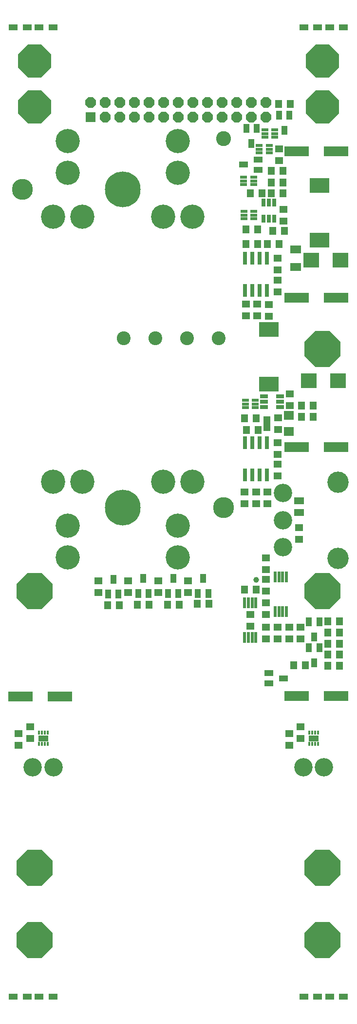
<source format=gts>
G04*
G04 #@! TF.GenerationSoftware,Altium Limited,Altium Designer,18.0.12 (696)*
G04*
G04 Layer_Color=8388736*
%FSLAX44Y44*%
%MOMM*%
G71*
G01*
G75*
%ADD37R,1.6032X1.0032*%
%ADD38R,1.0032X1.6032*%
%ADD39R,1.3400X0.7400*%
%ADD40R,0.7400X1.3400*%
%ADD41R,1.2192X1.4732*%
%ADD42R,1.4732X1.2192*%
%ADD43R,1.7272X1.2192*%
%ADD44R,1.3032X2.6032*%
%ADD45R,1.7032X1.5032*%
%ADD46R,1.6032X1.0632*%
%ADD47R,0.8032X2.2032*%
%ADD48R,4.2032X1.7032*%
%ADD49R,0.4200X0.6400*%
%ADD50R,1.7400X1.0400*%
%ADD51R,0.6232X1.9832*%
%ADD52R,2.7032X2.5032*%
%ADD53R,1.2532X0.5532*%
%ADD54R,3.4032X2.6032*%
%ADD55R,1.8542X1.4732*%
%ADD56C,4.2032*%
%ADD57C,2.4032*%
%ADD58P,6.1731X8X292.5*%
%ADD59C,1.0032*%
%ADD60C,6.2032*%
%ADD61C,3.6532*%
%ADD62C,2.6032*%
%ADD63P,6.7144X8X292.5*%
%ADD64P,1.9518X8X292.5*%
%ADD65R,1.8032X1.8032*%
%ADD66C,3.2032*%
%ADD67C,3.7032*%
D37*
X407000Y-1057000D02*
D03*
Y-1075000D02*
D03*
X433000Y-1066000D02*
D03*
X363000Y-175000D02*
D03*
X389000Y-166000D02*
D03*
Y-184000D02*
D03*
D38*
X293000Y-893000D02*
D03*
X302000Y-919000D02*
D03*
X284000D02*
D03*
X128000Y-920000D02*
D03*
X146000D02*
D03*
X137000Y-894000D02*
D03*
X180000Y-919000D02*
D03*
X198000D02*
D03*
X189000Y-893000D02*
D03*
X241000D02*
D03*
X250000Y-919000D02*
D03*
X232000D02*
D03*
X386000Y-112000D02*
D03*
X368000D02*
D03*
X377000Y-138000D02*
D03*
X434000Y-115000D02*
D03*
X425000Y-89000D02*
D03*
X443000D02*
D03*
X486000Y-994000D02*
D03*
X477000Y-968000D02*
D03*
X495000D02*
D03*
X495000Y-1013000D02*
D03*
X477000D02*
D03*
X486000Y-1039000D02*
D03*
D39*
X427000Y-586000D02*
D03*
Y-576500D02*
D03*
X399000D02*
D03*
Y-586000D02*
D03*
Y-595500D02*
D03*
X427000D02*
D03*
D40*
X398000Y-269000D02*
D03*
Y-241000D02*
D03*
X407500D02*
D03*
X417000D02*
D03*
Y-269000D02*
D03*
X407500D02*
D03*
D41*
X471160Y-1043000D02*
D03*
X450840D02*
D03*
X530160Y-987000D02*
D03*
X509840D02*
D03*
X530160Y-1044000D02*
D03*
X509840D02*
D03*
X530320Y-1025000D02*
D03*
X510000D02*
D03*
X509840Y-1006000D02*
D03*
X530160D02*
D03*
X509840Y-966750D02*
D03*
X530160D02*
D03*
X303160Y-937000D02*
D03*
X282840D02*
D03*
X147160Y-939000D02*
D03*
X126840D02*
D03*
X385160Y-912500D02*
D03*
X364840D02*
D03*
X463840Y-612000D02*
D03*
X484160D02*
D03*
X389000Y-635000D02*
D03*
X368680D02*
D03*
X364840Y-615000D02*
D03*
X385160D02*
D03*
X484160Y-593000D02*
D03*
X463840D02*
D03*
X425160Y-312500D02*
D03*
X404840D02*
D03*
X367340D02*
D03*
X387660D02*
D03*
X367340Y-287500D02*
D03*
X387660D02*
D03*
X434160Y-290000D02*
D03*
X413840D02*
D03*
X444160Y-70000D02*
D03*
X423840D02*
D03*
X411840Y-186000D02*
D03*
X432160D02*
D03*
X411840Y-206000D02*
D03*
X432160D02*
D03*
X411840Y-225000D02*
D03*
X432160D02*
D03*
X395160D02*
D03*
X374840D02*
D03*
X230840Y-938000D02*
D03*
X251160D02*
D03*
X178840D02*
D03*
X199160D02*
D03*
D42*
X460000Y-804840D02*
D03*
Y-825160D02*
D03*
X402500Y-977340D02*
D03*
Y-997660D02*
D03*
X423000Y-634160D02*
D03*
Y-613840D02*
D03*
X163000Y-896840D02*
D03*
Y-917160D02*
D03*
X267000Y-896840D02*
D03*
Y-917160D02*
D03*
X215000D02*
D03*
Y-896840D02*
D03*
X111000D02*
D03*
Y-917160D02*
D03*
X-27500Y-1182070D02*
D03*
Y-1161750D02*
D03*
X-7500Y-1149590D02*
D03*
Y-1169910D02*
D03*
X442500Y-1182160D02*
D03*
Y-1161840D02*
D03*
X462500Y-1149590D02*
D03*
Y-1169910D02*
D03*
X462500Y-977340D02*
D03*
Y-997660D02*
D03*
X442500Y-977340D02*
D03*
Y-997660D02*
D03*
X422500D02*
D03*
Y-977340D02*
D03*
X375000Y-975160D02*
D03*
Y-954840D02*
D03*
X402500Y-955320D02*
D03*
Y-935000D02*
D03*
Y-915000D02*
D03*
Y-894680D02*
D03*
Y-857340D02*
D03*
Y-877660D02*
D03*
X405000Y-762660D02*
D03*
Y-742340D02*
D03*
X385000Y-762660D02*
D03*
Y-742340D02*
D03*
X365000D02*
D03*
Y-762660D02*
D03*
X422500Y-677660D02*
D03*
Y-657340D02*
D03*
Y-715160D02*
D03*
Y-694840D02*
D03*
X444000Y-593160D02*
D03*
Y-572840D02*
D03*
X407500Y-417340D02*
D03*
Y-437660D02*
D03*
X367500Y-417180D02*
D03*
Y-437500D02*
D03*
X387340D02*
D03*
Y-417180D02*
D03*
X422500Y-375000D02*
D03*
Y-395320D02*
D03*
Y-337340D02*
D03*
Y-357660D02*
D03*
X432500Y-272660D02*
D03*
Y-252340D02*
D03*
X425000Y-147680D02*
D03*
Y-168000D02*
D03*
D43*
X460000Y-778000D02*
D03*
Y-757680D02*
D03*
D44*
X403680Y-624000D02*
D03*
D45*
X441780Y-637970D02*
D03*
Y-610030D02*
D03*
D46*
X468000Y-1618000D02*
D03*
X492000D02*
D03*
X8000D02*
D03*
X32000D02*
D03*
X513000D02*
D03*
X537000D02*
D03*
X-13000D02*
D03*
X-37000D02*
D03*
X32000Y63000D02*
D03*
X8000D02*
D03*
X-13000D02*
D03*
X-37000D02*
D03*
X468000D02*
D03*
X492000D02*
D03*
X513000D02*
D03*
X537000D02*
D03*
D47*
X365950Y-712940D02*
D03*
X378650D02*
D03*
X391350D02*
D03*
X404050D02*
D03*
X365950Y-657060D02*
D03*
X378650D02*
D03*
X391350D02*
D03*
X404050D02*
D03*
Y-337060D02*
D03*
X391350D02*
D03*
X378650D02*
D03*
X365950D02*
D03*
X404050Y-392940D02*
D03*
X391350D02*
D03*
X378650D02*
D03*
X365950D02*
D03*
D48*
X-24290Y-1097500D02*
D03*
X44290D02*
D03*
X455710Y-1097000D02*
D03*
X524290D02*
D03*
X455710Y-665000D02*
D03*
X524290D02*
D03*
X455710Y-406000D02*
D03*
X524290D02*
D03*
Y-152000D02*
D03*
X455710D02*
D03*
D49*
X7500Y-1179500D02*
D03*
X12500D02*
D03*
X17500D02*
D03*
X22500D02*
D03*
Y-1160500D02*
D03*
X17500D02*
D03*
X12500D02*
D03*
X7500D02*
D03*
X477500D02*
D03*
X482500D02*
D03*
X487500D02*
D03*
X492500D02*
D03*
Y-1179500D02*
D03*
X487500D02*
D03*
X482500D02*
D03*
X477500D02*
D03*
D50*
X15000Y-1170000D02*
D03*
X485000D02*
D03*
D51*
X365250Y-995000D02*
D03*
X371750D02*
D03*
X378250D02*
D03*
X384750D02*
D03*
X365250Y-935000D02*
D03*
X371750D02*
D03*
X378250D02*
D03*
X384750D02*
D03*
X418250Y-950000D02*
D03*
X424750D02*
D03*
X431250D02*
D03*
X437750D02*
D03*
X418250Y-890000D02*
D03*
X424750D02*
D03*
X431250D02*
D03*
X437750D02*
D03*
D52*
X476600Y-550000D02*
D03*
X527400D02*
D03*
X480600Y-341000D02*
D03*
X531400D02*
D03*
D53*
X366250Y-583500D02*
D03*
Y-590000D02*
D03*
Y-596500D02*
D03*
X383750Y-583500D02*
D03*
Y-596500D02*
D03*
Y-590000D02*
D03*
X363750Y-256000D02*
D03*
Y-262500D02*
D03*
Y-269000D02*
D03*
X381250Y-256000D02*
D03*
Y-269000D02*
D03*
Y-262500D02*
D03*
X400250Y-121000D02*
D03*
Y-114500D02*
D03*
Y-127500D02*
D03*
X417750Y-114500D02*
D03*
Y-121000D02*
D03*
Y-127500D02*
D03*
X363250Y-203000D02*
D03*
Y-196500D02*
D03*
Y-209500D02*
D03*
X380750Y-196500D02*
D03*
Y-203000D02*
D03*
Y-209500D02*
D03*
X407750Y-148000D02*
D03*
Y-154500D02*
D03*
Y-141500D02*
D03*
X390250Y-154500D02*
D03*
Y-148000D02*
D03*
Y-141500D02*
D03*
D54*
X407000Y-555500D02*
D03*
Y-460500D02*
D03*
X495000Y-306000D02*
D03*
Y-211000D02*
D03*
D55*
X454000Y-352240D02*
D03*
Y-321760D02*
D03*
D56*
X274400Y-265200D02*
D03*
X223600D02*
D03*
X249000Y-189000D02*
D03*
Y-801400D02*
D03*
X274400Y-725200D02*
D03*
X223600D02*
D03*
X83400Y-265200D02*
D03*
X32600D02*
D03*
X58000Y-189000D02*
D03*
Y-801400D02*
D03*
X83400Y-725200D02*
D03*
X32600D02*
D03*
X249000Y-133800D02*
D03*
Y-856000D02*
D03*
X58000Y-133800D02*
D03*
Y-856000D02*
D03*
D57*
X209999Y-475999D02*
D03*
X155000Y-476000D02*
D03*
X319999Y-475999D02*
D03*
X265000Y-476000D02*
D03*
D58*
X0Y5000D02*
D03*
X500000Y-75000D02*
D03*
X0D02*
D03*
X500000Y5000D02*
D03*
D59*
X385000Y-895000D02*
D03*
D60*
X153500Y-769900D02*
D03*
Y-217900D02*
D03*
D61*
X328550Y-769900D02*
D03*
X-21500Y-217900D02*
D03*
D62*
X328550Y-129900D02*
D03*
D63*
X0Y-1395000D02*
D03*
Y-1520000D02*
D03*
X500000Y-1395000D02*
D03*
Y-1520000D02*
D03*
Y-915000D02*
D03*
Y-495000D02*
D03*
X0Y-915000D02*
D03*
D64*
X402000Y-92400D02*
D03*
Y-67000D02*
D03*
X351200Y-92400D02*
D03*
Y-67000D02*
D03*
X376600Y-92400D02*
D03*
Y-67000D02*
D03*
X275000Y-92400D02*
D03*
Y-67000D02*
D03*
X249600D02*
D03*
Y-92400D02*
D03*
X224200Y-67000D02*
D03*
Y-92400D02*
D03*
X97200Y-67000D02*
D03*
X122600Y-92400D02*
D03*
Y-67000D02*
D03*
X148000Y-92400D02*
D03*
Y-67000D02*
D03*
X173400Y-92400D02*
D03*
Y-67000D02*
D03*
X198800Y-92400D02*
D03*
Y-67000D02*
D03*
X300400Y-92400D02*
D03*
Y-67000D02*
D03*
X325800Y-92400D02*
D03*
Y-67000D02*
D03*
D65*
X97200Y-92400D02*
D03*
D66*
X503000Y-1220000D02*
D03*
X467000D02*
D03*
X33000D02*
D03*
X-3000D02*
D03*
X432200Y-791450D02*
D03*
Y-838450D02*
D03*
Y-744450D02*
D03*
D67*
X527500Y-857500D02*
D03*
Y-725400D02*
D03*
M02*

</source>
